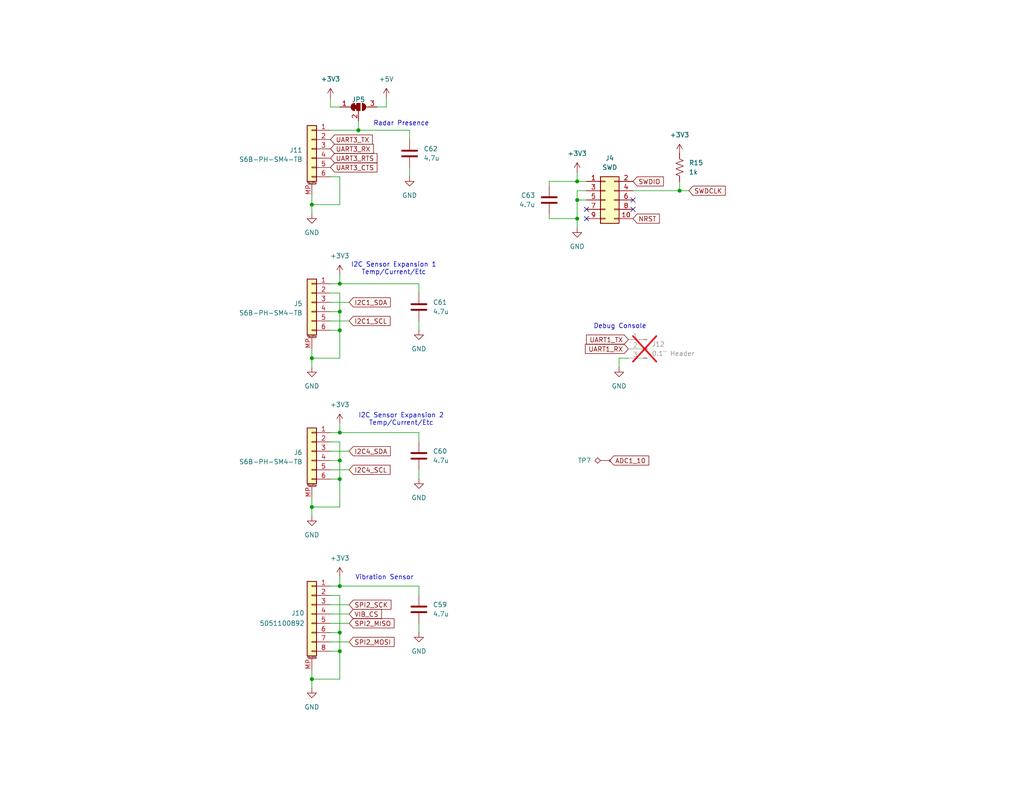
<source format=kicad_sch>
(kicad_sch (version 20250114) (generator "eeschema") (generator_version "9.0")
  (paper "USLetter")
  (title_block (title "Data and Debug Connectors") (rev "alpha") (company "Haas Hooligans") (comment 1 "Ryan Jacoby"))
  (lib_symbols
    (symbol "Connector:Conn_01x03_Pin" (pin_names (offset 1.016) (hide yes))
      (property "Reference" "J" (at 0 5.08 0))
      (property "Value" "Conn_01x03_Pin" (at 0 -5.08 0))
      (symbol "Conn_01x03_Pin_1_1"
        (rectangle (start 0.8636 2.667) (end 0 2.413) (stroke (width 0.1524)) (fill (type outline)))
        (rectangle (start 0.8636 0.127) (end 0 -0.127) (stroke (width 0.1524)) (fill (type outline)))
        (rectangle (start 0.8636 -2.413) (end 0 -2.667) (stroke (width 0.1524)) (fill (type outline)))
        (polyline (pts (xy 1.27 2.54) (xy 0.8636 2.54)) (stroke (width 0.1524)))
        (polyline (pts (xy 1.27 0) (xy 0.8636 0)) (stroke (width 0.1524)))
        (polyline (pts (xy 1.27 -2.54) (xy 0.8636 -2.54)) (stroke (width 0.1524)))
        (pin passive line (at 5.08 2.54 180) (length 3.81) (name "Pin_1") (number "1"))
        (pin passive line (at 5.08 0 180) (length 3.81) (name "Pin_2") (number "2"))
        (pin passive line (at 5.08 -2.54 180) (length 3.81) (name "Pin_3") (number "3"))
      )
    )
    (symbol "Connector:TestPoint_Alt" (pin_numbers (hide yes)) (pin_names (offset 0.762) (hide yes))
      (property "Reference" "TP" (at 0 6.858 0))
      (property "Value" "TestPoint_Alt" (at 0 5.08 0))
      (symbol "TestPoint_Alt_0_1"
        (polyline (pts (xy 0 2.54) (xy -0.762 3.302) (xy 0 4.064) (xy 0.762 3.302) (xy 0 2.54)))
      )
      (symbol "TestPoint_Alt_1_1"
        (pin passive line (at 0 0 90) (length 2.54) (name "1") (number "1"))
      )
    )
    (symbol "Connector_Generic:Conn_02x05_Odd_Even" (pin_names (offset 1.016) (hide yes))
      (property "Reference" "J" (at 1.27 7.62 0))
      (property "Value" "Conn_02x05_Odd_Even" (at 1.27 -7.62 0))
      (symbol "Conn_02x05_Odd_Even_1_1"
        (rectangle (start -1.27 6.35) (end 3.81 -6.35) (stroke (width 0.254)) (fill (type background)))
        (rectangle (start -1.27 5.207) (end 0 4.953) (stroke (width 0.1524)))
        (rectangle (start -1.27 2.667) (end 0 2.413) (stroke (width 0.1524)))
        (rectangle (start -1.27 0.127) (end 0 -0.127) (stroke (width 0.1524)))
        (rectangle (start -1.27 -2.413) (end 0 -2.667) (stroke (width 0.1524)))
        (rectangle (start -1.27 -4.953) (end 0 -5.207) (stroke (width 0.1524)))
        (rectangle (start 3.81 5.207) (end 2.54 4.953) (stroke (width 0.1524)))
        (rectangle (start 3.81 2.667) (end 2.54 2.413) (stroke (width 0.1524)))
        (rectangle (start 3.81 0.127) (end 2.54 -0.127) (stroke (width 0.1524)))
        (rectangle (start 3.81 -2.413) (end 2.54 -2.667) (stroke (width 0.1524)))
        (rectangle (start 3.81 -4.953) (end 2.54 -5.207) (stroke (width 0.1524)))
        (pin passive line (at -5.08 5.08 0) (length 3.81) (name "Pin_1") (number "1"))
        (pin passive line (at -5.08 2.54 0) (length 3.81) (name "Pin_3") (number "3"))
        (pin passive line (at -5.08 0 0) (length 3.81) (name "Pin_5") (number "5"))
        (pin passive line (at -5.08 -2.54 0) (length 3.81) (name "Pin_7") (number "7"))
        (pin passive line (at -5.08 -5.08 0) (length 3.81) (name "Pin_9") (number "9"))
        (pin passive line (at 7.62 5.08 180) (length 3.81) (name "Pin_2") (number "2"))
        (pin passive line (at 7.62 2.54 180) (length 3.81) (name "Pin_4") (number "4"))
        (pin passive line (at 7.62 0 180) (length 3.81) (name "Pin_6") (number "6"))
        (pin passive line (at 7.62 -2.54 180) (length 3.81) (name "Pin_8") (number "8"))
        (pin passive line (at 7.62 -5.08 180) (length 3.81) (name "Pin_10") (number "10"))
      )
    )
    (symbol "Connector_Generic_MountingPin:Conn_01x06_MountingPin" (pin_names (offset 1.016) (hide yes))
      (property "Reference" "J" (at 0 7.62 0))
      (property "Value" "Conn_01x06_MountingPin" (at 1.27 -10.16 0))
      (symbol "Conn_01x06_MountingPin_1_1"
        (rectangle (start -1.27 6.35) (end 1.27 -8.89) (stroke (width 0.254)) (fill (type background)))
        (rectangle (start -1.27 5.207) (end 0 4.953) (stroke (width 0.1524)))
        (rectangle (start -1.27 2.667) (end 0 2.413) (stroke (width 0.1524)))
        (rectangle (start -1.27 0.127) (end 0 -0.127) (stroke (width 0.1524)))
        (rectangle (start -1.27 -2.413) (end 0 -2.667) (stroke (width 0.1524)))
        (rectangle (start -1.27 -4.953) (end 0 -5.207) (stroke (width 0.1524)))
        (rectangle (start -1.27 -7.493) (end 0 -7.747) (stroke (width 0.1524)))
        (polyline (pts (xy -1.016 -9.652) (xy 1.016 -9.652)) (stroke (width 0.1524)))
        (text "Mounting" (at 0 -9.271 0) (effects (font (size 0.381 0.381))))
        (pin passive line (at -5.08 5.08 0) (length 3.81) (name "Pin_1") (number "1"))
        (pin passive line (at -5.08 2.54 0) (length 3.81) (name "Pin_2") (number "2"))
        (pin passive line (at -5.08 0 0) (length 3.81) (name "Pin_3") (number "3"))
        (pin passive line (at -5.08 -2.54 0) (length 3.81) (name "Pin_4") (number "4"))
        (pin passive line (at -5.08 -5.08 0) (length 3.81) (name "Pin_5") (number "5"))
        (pin passive line (at -5.08 -7.62 0) (length 3.81) (name "Pin_6") (number "6"))
        (pin passive line (at 0 -12.7 90) (length 3.048) (name "MountPin") (number "MP"))
      )
    )
    (symbol "Connector_Generic_MountingPin:Conn_01x08_MountingPin" (pin_names (offset 1.016) (hide yes))
      (property "Reference" "J" (at 0 10.16 0))
      (property "Value" "Conn_01x08_MountingPin" (at 1.27 -12.7 0))
      (symbol "Conn_01x08_MountingPin_1_1"
        (rectangle (start -1.27 8.89) (end 1.27 -11.43) (stroke (width 0.254)) (fill (type background)))
        (rectangle (start -1.27 7.747) (end 0 7.493) (stroke (width 0.1524)))
        (rectangle (start -1.27 5.207) (end 0 4.953) (stroke (width 0.1524)))
        (rectangle (start -1.27 2.667) (end 0 2.413) (stroke (width 0.1524)))
        (rectangle (start -1.27 0.127) (end 0 -0.127) (stroke (width 0.1524)))
        (rectangle (start -1.27 -2.413) (end 0 -2.667) (stroke (width 0.1524)))
        (rectangle (start -1.27 -4.953) (end 0 -5.207) (stroke (width 0.1524)))
        (rectangle (start -1.27 -7.493) (end 0 -7.747) (stroke (width 0.1524)))
        (rectangle (start -1.27 -10.033) (end 0 -10.287) (stroke (width 0.1524)))
        (polyline (pts (xy -1.016 -12.192) (xy 1.016 -12.192)) (stroke (width 0.1524)))
        (text "Mounting" (at 0 -11.811 0) (effects (font (size 0.381 0.381))))
        (pin passive line (at -5.08 7.62 0) (length 3.81) (name "Pin_1") (number "1"))
        (pin passive line (at -5.08 5.08 0) (length 3.81) (name "Pin_2") (number "2"))
        (pin passive line (at -5.08 2.54 0) (length 3.81) (name "Pin_3") (number "3"))
        (pin passive line (at -5.08 0 0) (length 3.81) (name "Pin_4") (number "4"))
        (pin passive line (at -5.08 -2.54 0) (length 3.81) (name "Pin_5") (number "5"))
        (pin passive line (at -5.08 -5.08 0) (length 3.81) (name "Pin_6") (number "6"))
        (pin passive line (at -5.08 -7.62 0) (length 3.81) (name "Pin_7") (number "7"))
        (pin passive line (at -5.08 -10.16 0) (length 3.81) (name "Pin_8") (number "8"))
        (pin passive line (at 0 -15.24 90) (length 3.048) (name "MountPin") (number "MP"))
      )
    )
    (symbol "Device:C" (pin_numbers (hide yes)) (pin_names (offset 0.254))
      (property "Reference" "C" (at 0.635 2.54 0))
      (property "Value" "C" (at 0.635 -2.54 0))
      (symbol "C_0_1"
        (polyline (pts (xy -2.032 0.762) (xy 2.032 0.762)) (stroke (width 0.508)))
        (polyline (pts (xy -2.032 -0.762) (xy 2.032 -0.762)) (stroke (width 0.508)))
      )
      (symbol "C_1_1"
        (pin passive line (at 0 3.81 270) (length 2.794) (name "~") (number "1"))
        (pin passive line (at 0 -3.81 90) (length 2.794) (name "~") (number "2"))
      )
    )
    (symbol "Device:R_US" (pin_numbers (hide yes)) (pin_names (offset 0))
      (property "Reference" "R" (at 2.54 0 90))
      (property "Value" "R_US" (at -2.54 0 90))
      (symbol "R_US_0_1"
        (polyline (pts (xy 0 2.286) (xy 0 2.54)))
        (polyline (pts (xy 0 2.286) (xy 1.016 1.905) (xy 0 1.524) (xy -1.016 1.143) (xy 0 0.762)))
        (polyline (pts (xy 0 0.762) (xy 1.016 0.381) (xy 0 0) (xy -1.016 -0.381) (xy 0 -0.762)))
        (polyline (pts (xy 0 -0.762) (xy 1.016 -1.143) (xy 0 -1.524) (xy -1.016 -1.905) (xy 0 -2.286)))
        (polyline (pts (xy 0 -2.286) (xy 0 -2.54)))
      )
      (symbol "R_US_1_1"
        (pin passive line (at 0 3.81 270) (length 1.27) (name "~") (number "1"))
        (pin passive line (at 0 -3.81 90) (length 1.27) (name "~") (number "2"))
      )
    )
    (symbol "Jumper:SolderJumper_3_Bridged12" (pin_names (offset 0) (hide yes)) (exclude_from_sim yes) (in_bom no)
      (property "Reference" "JP" (at -2.54 -2.54 0))
      (property "Value" "SolderJumper_3_Bridged12" (at 0 2.794 0))
      (symbol "SolderJumper_3_Bridged12_0_1"
        (polyline (pts (xy -2.54 0) (xy -2.032 0)))
        (polyline (pts (xy -1.016 1.016) (xy -1.016 -1.016)))
        (rectangle (start -1.016 0.508) (end -0.508 -0.508) (fill (type outline)))
        (arc (start -1.016 -1.016) (mid -2.0276 0) (end -1.016 1.016))
        (arc (start -1.016 -1.016) (mid -2.0276 0) (end -1.016 1.016) (fill (type outline)))
        (rectangle (start -0.508 1.016) (end 0.508 -1.016) (fill (type outline)))
        (polyline (pts (xy 0 -1.27) (xy 0 -1.016)))
        (arc (start 1.016 1.016) (mid 2.0276 0) (end 1.016 -1.016))
        (arc (start 1.016 1.016) (mid 2.0276 0) (end 1.016 -1.016) (fill (type outline)))
        (polyline (pts (xy 1.016 1.016) (xy 1.016 -1.016)))
        (polyline (pts (xy 2.54 0) (xy 2.032 0)))
      )
      (symbol "SolderJumper_3_Bridged12_1_1"
        (pin passive line (at -5.08 0 0) (length 2.54) (name "A") (number "1"))
        (pin passive line (at 0 -3.81 90) (length 2.54) (name "C") (number "2"))
        (pin passive line (at 5.08 0 180) (length 2.54) (name "B") (number "3"))
      )
    )
    (symbol "power:+3V3" (power) (pin_numbers (hide yes)) (pin_names (offset 0) (hide yes))
      (property "Value" "+3V3" (at 0 3.556 0))
      (symbol "+3V3_0_1"
        (polyline (pts (xy -0.762 1.27) (xy 0 2.54)))
        (polyline (pts (xy 0 2.54) (xy 0.762 1.27)))
        (polyline (pts (xy 0 0) (xy 0 2.54)))
      )
      (symbol "+3V3_1_1"
        (pin power_in line (at 0 0 90) (length 0) (name "~") (number "1"))
      )
    )
    (symbol "power:+5V" (power) (pin_numbers (hide yes)) (pin_names (offset 0) (hide yes))
      (property "Value" "+5V" (at 0 3.556 0))
      (symbol "+5V_0_1"
        (polyline (pts (xy -0.762 1.27) (xy 0 2.54)))
        (polyline (pts (xy 0 2.54) (xy 0.762 1.27)))
        (polyline (pts (xy 0 0) (xy 0 2.54)))
      )
      (symbol "+5V_1_1"
        (pin power_in line (at 0 0 90) (length 0) (name "~") (number "1"))
      )
    )
    (symbol "power:GND" (power) (pin_numbers (hide yes)) (pin_names (offset 0) (hide yes))
      (property "Value" "GND" (at 0 -3.81 0))
      (symbol "GND_0_1"
        (polyline (pts (xy 0 0) (xy 0 -1.27) (xy 1.27 -1.27) (xy 0 -2.54) (xy -1.27 -1.27) (xy 0 -1.27)))
      )
      (symbol "GND_1_1"
        (pin power_in line (at 0 0 270) (length 0) (name "~") (number "1"))
      )
    )
  )
  (text "Radar Presence" (at 109.474 33.782 0) (effects (font (size 1.27 1.27))))
  (text "I2C Sensor Expansion 1\nTemp/Current/Etc" (at 107.442 73.406 0) (effects (font (size 1.27 1.27))))
  (text "Vibration Sensor" (at 104.902 157.734 0) (effects (font (size 1.27 1.27))))
  (text "Debug Console" (at 169.164 89.154 0) (effects (font (size 1.27 1.27))))
  (text "I2C Sensor Expansion 2\nTemp/Current/Etc" (at 109.474 114.554 0) (effects (font (size 1.27 1.27))))
  (junction (at 185.42 52.07))
  (junction (at 157.48 59.69))
  (junction (at 85.09 97.79))
  (junction (at 85.09 55.88))
  (junction (at 92.71 85.09))
  (junction (at 157.48 49.53))
  (junction (at 97.79 35.56))
  (junction (at 85.09 138.43))
  (junction (at 92.71 125.73))
  (junction (at 92.71 130.81))
  (junction (at 92.71 160.02))
  (junction (at 85.09 185.42))
  (junction (at 92.71 177.8))
  (junction (at 92.71 172.72))
  (junction (at 92.71 77.47))
  (junction (at 92.71 90.17))
  (junction (at 92.71 118.11))
  (junction (at 157.48 54.61))
  (no_connect (at 160.02 57.15))
  (no_connect (at 172.72 54.61))
  (no_connect (at 160.02 59.69))
  (no_connect (at 172.72 57.15))
  (wire (pts (xy 92.71 80.01) (xy 92.71 85.09)))
  (wire (pts (xy 92.71 115.57) (xy 92.71 118.11)))
  (wire (pts (xy 114.3 118.11) (xy 92.71 118.11)))
  (wire (pts (xy 92.71 162.56) (xy 92.71 172.72)))
  (wire (pts (xy 85.09 97.79) (xy 85.09 95.25)))
  (wire (pts (xy 114.3 170.18) (xy 114.3 172.72)))
  (wire (pts (xy 92.71 172.72) (xy 92.71 177.8)))
  (wire (pts (xy 90.17 48.26) (xy 92.71 48.26)))
  (wire (pts (xy 85.09 55.88) (xy 85.09 58.42)))
  (wire (pts (xy 114.3 87.63) (xy 114.3 90.17)))
  (wire (pts (xy 157.48 59.69) (xy 157.48 62.23)))
  (wire (pts (xy 157.48 52.07) (xy 157.48 54.61)))
  (wire (pts (xy 90.17 162.56) (xy 92.71 162.56)))
  (wire (pts (xy 111.76 35.56) (xy 111.76 38.1)))
  (wire (pts (xy 85.09 185.42) (xy 85.09 187.96)))
  (wire (pts (xy 85.09 55.88) (xy 92.71 55.88)))
  (wire (pts (xy 92.71 90.17) (xy 92.71 97.79)))
  (wire (pts (xy 90.17 118.11) (xy 92.71 118.11)))
  (wire (pts (xy 149.86 49.53) (xy 157.48 49.53)))
  (wire (pts (xy 85.09 53.34) (xy 85.09 55.88)))
  (wire (pts (xy 92.71 185.42) (xy 85.09 185.42)))
  (wire (pts (xy 149.86 59.69) (xy 157.48 59.69)))
  (wire (pts (xy 90.17 160.02) (xy 92.71 160.02)))
  (wire (pts (xy 90.17 90.17) (xy 92.71 90.17)))
  (wire (pts (xy 92.71 77.47) (xy 114.3 77.47)))
  (wire (pts (xy 92.71 177.8) (xy 92.71 185.42)))
  (wire (pts (xy 157.48 54.61) (xy 160.02 54.61)))
  (wire (pts (xy 172.72 52.07) (xy 185.42 52.07)))
  (wire (pts (xy 95.25 175.26) (xy 90.17 175.26)))
  (wire (pts (xy 92.71 130.81) (xy 92.71 138.43)))
  (wire (pts (xy 157.48 54.61) (xy 157.48 59.69)))
  (wire (pts (xy 92.71 120.65) (xy 92.71 125.73)))
  (wire (pts (xy 92.71 85.09) (xy 92.71 90.17)))
  (wire (pts (xy 168.91 97.79) (xy 171.45 97.79)))
  (wire (pts (xy 168.91 100.33) (xy 168.91 97.79)))
  (wire (pts (xy 90.17 29.21) (xy 92.71 29.21)))
  (wire (pts (xy 185.42 49.53) (xy 185.42 52.07)))
  (wire (pts (xy 97.79 35.56) (xy 111.76 35.56)))
  (wire (pts (xy 85.09 138.43) (xy 85.09 135.89)))
  (wire (pts (xy 111.76 45.72) (xy 111.76 48.26)))
  (wire (pts (xy 90.17 85.09) (xy 92.71 85.09)))
  (wire (pts (xy 95.25 165.1) (xy 90.17 165.1)))
  (wire (pts (xy 95.25 170.18) (xy 90.17 170.18)))
  (wire (pts (xy 157.48 46.99) (xy 157.48 49.53)))
  (wire (pts (xy 95.25 128.27) (xy 90.17 128.27)))
  (wire (pts (xy 114.3 120.65) (xy 114.3 118.11)))
  (wire (pts (xy 149.86 58.42) (xy 149.86 59.69)))
  (wire (pts (xy 95.25 87.63) (xy 90.17 87.63)))
  (wire (pts (xy 90.17 120.65) (xy 92.71 120.65)))
  (wire (pts (xy 90.17 80.01) (xy 92.71 80.01)))
  (wire (pts (xy 114.3 128.27) (xy 114.3 130.81)))
  (wire (pts (xy 114.3 160.02) (xy 92.71 160.02)))
  (wire (pts (xy 92.71 97.79) (xy 85.09 97.79)))
  (wire (pts (xy 160.02 49.53) (xy 157.48 49.53)))
  (wire (pts (xy 160.02 52.07) (xy 157.48 52.07)))
  (wire (pts (xy 97.79 33.02) (xy 97.79 35.56)))
  (wire (pts (xy 90.17 177.8) (xy 92.71 177.8)))
  (wire (pts (xy 105.41 29.21) (xy 102.87 29.21)))
  (wire (pts (xy 90.17 130.81) (xy 92.71 130.81)))
  (wire (pts (xy 95.25 123.19) (xy 90.17 123.19)))
  (wire (pts (xy 92.71 125.73) (xy 92.71 130.81)))
  (wire (pts (xy 92.71 48.26) (xy 92.71 55.88)))
  (wire (pts (xy 92.71 74.93) (xy 92.71 77.47)))
  (wire (pts (xy 92.71 138.43) (xy 85.09 138.43)))
  (wire (pts (xy 90.17 167.64) (xy 95.25 167.64)))
  (wire (pts (xy 95.25 82.55) (xy 90.17 82.55)))
  (wire (pts (xy 90.17 35.56) (xy 97.79 35.56)))
  (wire (pts (xy 90.17 26.67) (xy 90.17 29.21)))
  (wire (pts (xy 85.09 97.79) (xy 85.09 100.33)))
  (wire (pts (xy 90.17 172.72) (xy 92.71 172.72)))
  (wire (pts (xy 185.42 52.07) (xy 187.96 52.07)))
  (wire (pts (xy 149.86 50.8) (xy 149.86 49.53)))
  (wire (pts (xy 85.09 185.42) (xy 85.09 182.88)))
  (wire (pts (xy 114.3 160.02) (xy 114.3 162.56)))
  (wire (pts (xy 85.09 138.43) (xy 85.09 140.97)))
  (wire (pts (xy 90.17 77.47) (xy 92.71 77.47)))
  (wire (pts (xy 114.3 80.01) (xy 114.3 77.47)))
  (wire (pts (xy 105.41 26.67) (xy 105.41 29.21)))
  (wire (pts (xy 92.71 157.48) (xy 92.71 160.02)))
  (wire (pts (xy 90.17 125.73) (xy 92.71 125.73)))
  (global_label "I2C4_SCL" (shape input) (at 95.25 128.27 0) (property "Intersheetrefs" "${INTERSHEET_REFS}" (effects (hide yes))))
  (global_label "SWDIO" (shape input) (at 172.72 49.53 0) (property "Intersheetrefs" "${INTERSHEET_REFS}" (effects (hide yes))))
  (global_label "UART1_TX" (shape input) (at 171.45 92.71 180) (property "Intersheetrefs" "${INTERSHEET_REFS}" (effects (hide yes))))
  (global_label "UART3_RX" (shape input) (at 90.17 40.64 0) (property "Intersheetrefs" "${INTERSHEET_REFS}" (effects (hide yes))))
  (global_label "UART3_RTS" (shape input) (at 90.17 43.18 0) (property "Intersheetrefs" "${INTERSHEET_REFS}" (effects (hide yes))))
  (global_label "SPI2_MOSI" (shape input) (at 95.25 175.26 0) (property "Intersheetrefs" "${INTERSHEET_REFS}" (effects (hide yes))))
  (global_label "SPI2_SCK" (shape input) (at 95.25 165.1 0) (property "Intersheetrefs" "${INTERSHEET_REFS}" (effects (hide yes))))
  (global_label "SWDCLK" (shape input) (at 187.96 52.07 0) (property "Intersheetrefs" "${INTERSHEET_REFS}" (effects (hide yes))))
  (global_label "NRST" (shape input) (at 172.72 59.69 0) (property "Intersheetrefs" "${INTERSHEET_REFS}" (effects (hide yes))))
  (global_label "SPI2_MISO" (shape input) (at 95.25 170.18 0) (property "Intersheetrefs" "${INTERSHEET_REFS}" (effects (hide yes))))
  (global_label "UART3_TX" (shape input) (at 90.17 38.1 0) (property "Intersheetrefs" "${INTERSHEET_REFS}" (effects (hide yes))))
  (global_label "I2C1_SCL" (shape input) (at 95.25 87.63 0) (property "Intersheetrefs" "${INTERSHEET_REFS}" (effects (hide yes))))
  (global_label "ADC1_10" (shape input) (at 166.37 125.73 0) (property "Intersheetrefs" "${INTERSHEET_REFS}" (effects (hide yes))))
  (global_label "VIB_CS" (shape input) (at 95.25 167.64 0) (property "Intersheetrefs" "${INTERSHEET_REFS}" (effects (hide yes))))
  (global_label "UART1_RX" (shape input) (at 171.45 95.25 180) (property "Intersheetrefs" "${INTERSHEET_REFS}" (effects (hide yes))))
  (global_label "I2C1_SDA" (shape input) (at 95.25 82.55 0) (property "Intersheetrefs" "${INTERSHEET_REFS}" (effects (hide yes))))
  (global_label "UART3_CTS" (shape input) (at 90.17 45.72 0) (property "Intersheetrefs" "${INTERSHEET_REFS}" (effects (hide yes))))
  (global_label "I2C4_SDA" (shape input) (at 95.25 123.19 0) (property "Intersheetrefs" "${INTERSHEET_REFS}" (effects (hide yes))))
  (symbol (lib_id "power:+3V3") (at 185.42 41.91 0) (unit 1)
    (property "Reference" "#PWR032" (effects (hide yes)))
    (property "Value" "+3V3" (at 185.42 36.83 0))
    (property "Description" "Power symbol creates a global label with name \"+3V3\"" (effects (hide yes)))
  )
  (symbol (lib_id "power:+3V3") (at 92.71 157.48 0) (unit 1)
    (property "Reference" "#PWR084" (effects (hide yes)))
    (property "Value" "+3V3" (at 92.71 152.4 0))
    (property "Description" "Power symbol creates a global label with name \"+3V3\"" (effects (hide yes)))
  )
  (symbol (lib_id "Jumper:SolderJumper_3_Bridged12") (at 97.79 29.21 0) (unit 1) (exclude_from_sim yes) (in_bom no)
    (property "Reference" "JP5" (at 97.79 27.178 0))
    (property "Value" "SolderJumper_3_Bridged12" (effects (hide yes)))
    (property "Footprint" "Jumper:SolderJumper-3_P1.3mm_Bridged12_RoundedPad1.0x1.5mm" (effects (hide yes)))
    (property "Description" "3-pole Solder Jumper, pins 1+2 closed/bridged" (effects (hide yes)))
  )
  (symbol (lib_id "Device:C") (at 149.86 54.61 0) (mirror y) (unit 1)
    (property "Reference" "C63" (at 146.05 53.3399 0) (effects (justify left)))
    (property "Value" "4.7u" (at 146.05 55.8799 0) (effects (justify left)))
    (property "Footprint" "Capacitor_SMD:C_0603_1608Metric" (effects (hide yes)))
    (property "Description" "Unpolarized capacitor" (effects (hide yes)))
    (property "DPN" "1276-1044-1-ND" (effects (hide yes)))
  )
  (symbol (lib_id "Device:C") (at 114.3 124.46 0) (unit 1)
    (property "Reference" "C60" (at 118.11 123.1899 0) (effects (justify left)))
    (property "Value" "4.7u" (at 118.11 125.7299 0) (effects (justify left)))
    (property "Footprint" "Capacitor_SMD:C_0603_1608Metric" (effects (hide yes)))
    (property "Description" "Unpolarized capacitor" (effects (hide yes)))
    (property "DPN" "1276-1044-1-ND" (effects (hide yes)))
  )
  (symbol (lib_id "Connector_Generic_MountingPin:Conn_01x06_MountingPin") (at 85.09 40.64 0) (mirror y) (unit 1)
    (property "Reference" "J11" (at 82.55 40.9955 0) (effects (justify left)))
    (property "Value" "S6B-PH-SM4-TB" (at 82.55 43.5355 0) (effects (justify left)))
    (property "Footprint" "Connector_JST:JST_PH_S6B-PH-SM4-TB_1x06-1MP_P2.00mm_Horizontal" (effects (hide yes)))
    (property "Datasheet" "https://www.jst-mfg.com/product/pdf/eng/ePH.pdf" (effects (hide yes)))
    (property "Description" "Generic connectable mounting pin connector, single row, 01x06, script generated (kicad-library-utils/schlib/autogen/connector/)" (effects (hide yes)))
    (property "DPN" "455-S6B-PH-SM4-TBCT-ND" (effects (hide yes)))
  )
  (symbol (lib_id "Connector_Generic_MountingPin:Conn_01x08_MountingPin") (at 85.09 167.64 0) (mirror y) (unit 1)
    (property "Reference" "J10" (at 81.28 167.386 0))
    (property "Value" "5051100892" (at 76.962 170.18 0))
    (property "Footprint" "footprints:CON_5051100892_MOL" (effects (hide yes)))
    (property "Datasheet" "https://mm.digikey.com/Volume0/opasdata/d220001/medias/docus/1187/FFC-FPC_Connectors.pdf" (effects (hide yes)))
    (property "Description" "Generic connectable mounting pin connector, single row, 01x08, script generated (kicad-library-utils/schlib/autogen/connector/)" (effects (hide yes)))
    (property "DPN" "WM12364CT-ND" (effects (hide yes)))
  )
  (symbol (lib_id "power:GND") (at 114.3 172.72 0) (unit 1)
    (property "Reference" "#PWR0123" (effects (hide yes)))
    (property "Value" "GND" (at 114.3 177.8 0))
    (property "Description" "Power symbol creates a global label with name \"GND\" , ground" (effects (hide yes)))
  )
  (symbol (lib_id "power:+3V3") (at 92.71 115.57 0) (mirror y) (unit 1)
    (property "Reference" "#PWR036" (effects (hide yes)))
    (property "Value" "+3V3" (at 92.71 110.49 0))
    (property "Description" "Power symbol creates a global label with name \"+3V3\"" (effects (hide yes)))
  )
  (symbol (lib_id "power:+5V") (at 105.41 26.67 0) (unit 1)
    (property "Reference" "#PWR086" (effects (hide yes)))
    (property "Value" "+5V" (at 105.41 21.59 0))
    (property "Description" "Power symbol creates a global label with name \"+5V\"" (effects (hide yes)))
  )
  (symbol (lib_id "power:GND") (at 85.09 100.33 0) (unit 1)
    (property "Reference" "#PWR0118" (effects (hide yes)))
    (property "Value" "GND" (at 85.09 105.41 0))
    (property "Description" "Power symbol creates a global label with name \"GND\" , ground" (effects (hide yes)))
  )
  (symbol (lib_id "Connector_Generic_MountingPin:Conn_01x06_MountingPin") (at 85.09 82.55 0) (mirror y) (unit 1)
    (property "Reference" "J5" (at 82.55 82.9055 0) (effects (justify left)))
    (property "Value" "S6B-PH-SM4-TB" (at 82.55 85.4455 0) (effects (justify left)))
    (property "Footprint" "Connector_JST:JST_PH_S6B-PH-SM4-TB_1x06-1MP_P2.00mm_Horizontal" (effects (hide yes)))
    (property "Datasheet" "https://www.jst-mfg.com/product/pdf/eng/ePH.pdf" (effects (hide yes)))
    (property "Description" "Generic connectable mounting pin connector, single row, 01x06, script generated (kicad-library-utils/schlib/autogen/connector/)" (effects (hide yes)))
    (property "DPN" "455-S6B-PH-SM4-TBCT-ND" (effects (hide yes)))
  )
  (symbol (lib_id "Device:C") (at 114.3 83.82 0) (unit 1)
    (property "Reference" "C61" (at 118.11 82.5499 0) (effects (justify left)))
    (property "Value" "4.7u" (at 118.11 85.0899 0) (effects (justify left)))
    (property "Footprint" "Capacitor_SMD:C_0603_1608Metric" (effects (hide yes)))
    (property "Description" "Unpolarized capacitor" (effects (hide yes)))
    (property "DPN" "1276-1044-1-ND" (effects (hide yes)))
  )
  (symbol (lib_id "power:GND") (at 168.91 100.33 0) (unit 1)
    (property "Reference" "#PWR034" (effects (hide yes)))
    (property "Value" "GND" (at 168.91 105.41 0))
    (property "Description" "Power symbol creates a global label with name \"GND\" , ground" (effects (hide yes)))
  )
  (symbol (lib_id "power:+3V3") (at 92.71 74.93 0) (mirror y) (unit 1)
    (property "Reference" "#PWR035" (effects (hide yes)))
    (property "Value" "+3V3" (at 92.71 69.85 0))
    (property "Description" "Power symbol creates a global label with name \"+3V3\"" (effects (hide yes)))
  )
  (symbol (lib_id "power:GND") (at 157.48 62.23 0) (unit 1)
    (property "Reference" "#PWR031" (effects (hide yes)))
    (property "Value" "GND" (at 157.48 67.31 0))
    (property "Description" "Power symbol creates a global label with name \"GND\" , ground" (effects (hide yes)))
  )
  (symbol (lib_id "power:+3V3") (at 90.17 26.67 0) (unit 1)
    (property "Reference" "#PWR085" (effects (hide yes)))
    (property "Value" "+3V3" (at 90.17 21.59 0))
    (property "Description" "Power symbol creates a global label with name \"+3V3\"" (effects (hide yes)))
  )
  (symbol (lib_id "Connector_Generic:Conn_02x05_Odd_Even") (at 165.1 54.61 0) (unit 1)
    (property "Reference" "J4" (at 166.37 43.18 0))
    (property "Value" "SWD" (at 166.37 45.72 0))
    (property "Footprint" "footprints:CNC_3220-10-0300-00" (effects (hide yes)))
    (property "Datasheet" "https://www.cnctech.us/pdfs/3220-XX-0300-00_.pdf" (effects (hide yes)))
    (property "Description" "Generic connector, double row, 02x05, odd/even pin numbering scheme (row 1 odd numbers, row 2 even numbers), script generated (kicad-library-utils/schlib/autogen/connector/)" (effects (hide yes)))
    (property "DPN" "1175-1629-ND" (effects (hide yes)))
  )
  (symbol (lib_id "power:+3V3") (at 157.48 46.99 0) (unit 1)
    (property "Reference" "#PWR030" (effects (hide yes)))
    (property "Value" "+3V3" (at 157.48 41.91 0))
    (property "Description" "Power symbol creates a global label with name \"+3V3\"" (effects (hide yes)))
  )
  (symbol (lib_id "Device:C") (at 114.3 166.37 0) (unit 1)
    (property "Reference" "C59" (at 118.11 165.0999 0) (effects (justify left)))
    (property "Value" "4.7u" (at 118.11 167.6399 0) (effects (justify left)))
    (property "Footprint" "Capacitor_SMD:C_0603_1608Metric" (effects (hide yes)))
    (property "Description" "Unpolarized capacitor" (effects (hide yes)))
    (property "DPN" "1276-1044-1-ND" (effects (hide yes)))
  )
  (symbol (lib_id "Connector_Generic_MountingPin:Conn_01x06_MountingPin") (at 85.09 123.19 0) (mirror y) (unit 1)
    (property "Reference" "J6" (at 82.55 123.5455 0) (effects (justify left)))
    (property "Value" "S6B-PH-SM4-TB" (at 82.55 126.0855 0) (effects (justify left)))
    (property "Footprint" "Connector_JST:JST_PH_S6B-PH-SM4-TB_1x06-1MP_P2.00mm_Horizontal" (effects (hide yes)))
    (property "Datasheet" "https://www.jst-mfg.com/product/pdf/eng/ePH.pdf" (effects (hide yes)))
    (property "Description" "Generic connectable mounting pin connector, single row, 01x06, script generated (kicad-library-utils/schlib/autogen/connector/)" (effects (hide yes)))
    (property "DPN" "455-S6B-PH-SM4-TBCT-ND" (effects (hide yes)))
  )
  (symbol (lib_id "Connector:Conn_01x03_Pin") (at 176.53 95.25 0) (mirror y) (unit 1) (dnp yes)
    (property "Reference" "J12" (at 177.8 93.9799 0) (effects (justify right)))
    (property "Value" "0.1\" Header" (at 177.8 96.5199 0) (effects (justify right)))
    (property "Footprint" "Connector_PinHeader_2.54mm:PinHeader_1x03_P2.54mm_Vertical" (effects (hide yes)))
    (property "Description" "Generic connector, single row, 01x03, script generated" (effects (hide yes)))
    (property "DPN" "~" (at 176.53 95.25 0))
  )
  (symbol (lib_id "Connector:TestPoint_Alt") (at 166.37 125.73 90) (mirror x) (unit 1)
    (property "Reference" "TP7" (at 161.29 125.7299 90) (effects (justify left)))
    (property "Value" "TestPoint_Alt" (effects (hide yes)))
    (property "Footprint" "TestPoint:TestPoint_Pad_2.0x2.0mm" (effects (hide yes)))
    (property "Description" "test point (alternative shape)" (effects (hide yes)))
    (property "DPN" "~" (at 166.37 125.73 0))
  )
  (symbol (lib_id "power:GND") (at 111.76 48.26 0) (unit 1)
    (property "Reference" "#PWR0120" (effects (hide yes)))
    (property "Value" "GND" (at 111.76 53.34 0))
    (property "Description" "Power symbol creates a global label with name \"GND\" , ground" (effects (hide yes)))
  )
  (symbol (lib_id "Device:R_US") (at 185.42 45.72 0) (unit 1)
    (property "Reference" "R15" (at 187.96 44.4499 0) (effects (justify left)))
    (property "Value" "1k" (at 187.96 46.9899 0) (effects (justify left)))
    (property "Footprint" "Resistor_SMD:R_0603_1608Metric" (effects (hide yes)))
    (property "Description" "Resistor, US symbol" (effects (hide yes)))
    (property "DPN" "311-1.00KHRCT-ND" (effects (hide yes)))
  )
  (symbol (lib_id "power:GND") (at 85.09 140.97 0) (unit 1)
    (property "Reference" "#PWR0119" (effects (hide yes)))
    (property "Value" "GND" (at 85.09 146.05 0))
    (property "Description" "Power symbol creates a global label with name \"GND\" , ground" (effects (hide yes)))
  )
  (symbol (lib_id "power:GND") (at 114.3 130.81 0) (unit 1)
    (property "Reference" "#PWR0122" (effects (hide yes)))
    (property "Value" "GND" (at 114.3 135.89 0))
    (property "Description" "Power symbol creates a global label with name \"GND\" , ground" (effects (hide yes)))
  )
  (symbol (lib_id "Device:C") (at 111.76 41.91 0) (unit 1)
    (property "Reference" "C62" (at 115.57 40.6399 0) (effects (justify left)))
    (property "Value" "4.7u" (at 115.57 43.1799 0) (effects (justify left)))
    (property "Footprint" "Capacitor_SMD:C_0603_1608Metric" (effects (hide yes)))
    (property "Description" "Unpolarized capacitor" (effects (hide yes)))
    (property "DPN" "1276-1044-1-ND" (effects (hide yes)))
  )
  (symbol (lib_id "power:GND") (at 85.09 58.42 0) (unit 1)
    (property "Reference" "#PWR087" (effects (hide yes)))
    (property "Value" "GND" (at 85.09 63.5 0))
    (property "Description" "Power symbol creates a global label with name \"GND\" , ground" (effects (hide yes)))
  )
  (symbol (lib_id "power:GND") (at 85.09 187.96 0) (unit 1)
    (property "Reference" "#PWR083" (effects (hide yes)))
    (property "Value" "GND" (at 85.09 193.04 0))
    (property "Description" "Power symbol creates a global label with name \"GND\" , ground" (effects (hide yes)))
  )
  (symbol (lib_id "power:GND") (at 114.3 90.17 0) (unit 1)
    (property "Reference" "#PWR0121" (effects (hide yes)))
    (property "Value" "GND" (at 114.3 95.25 0))
    (property "Description" "Power symbol creates a global label with name \"GND\" , ground" (effects (hide yes)))
  )
)
</source>
